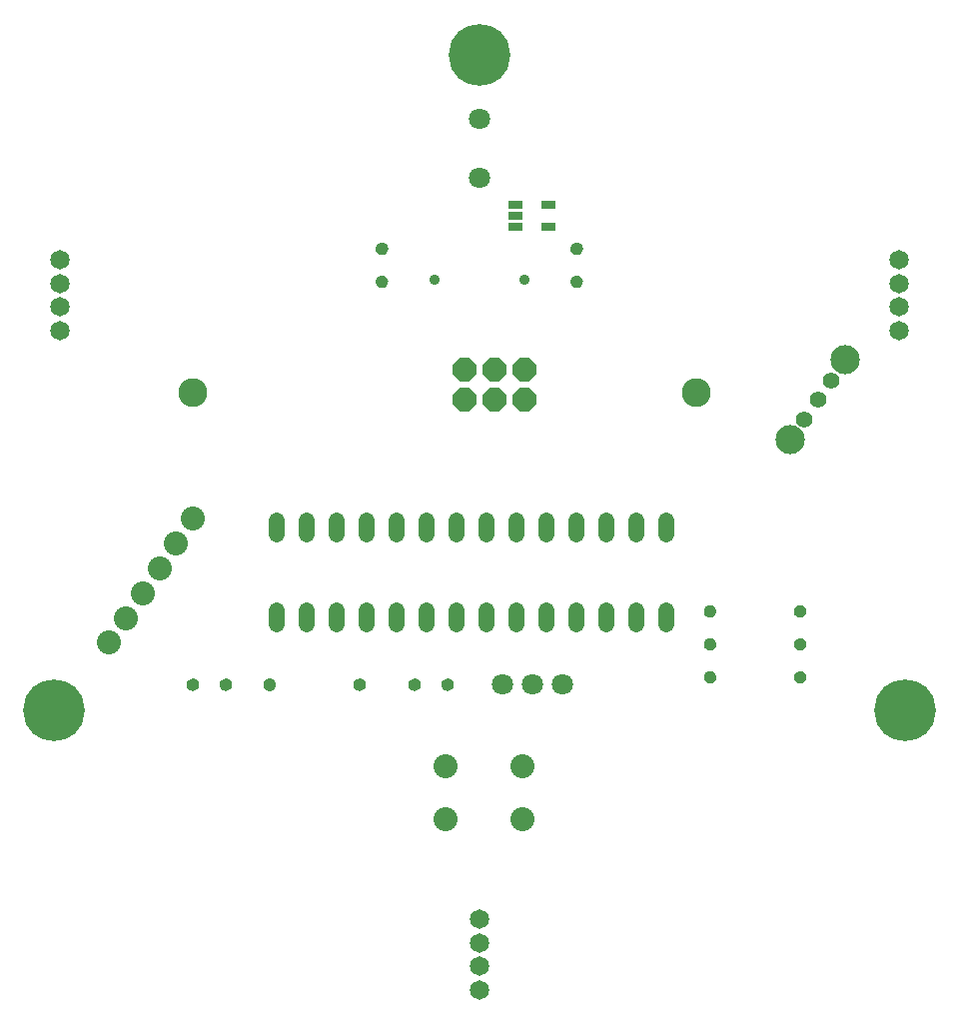
<source format=gts>
G75*
%MOIN*%
%OFA0B0*%
%FSLAX24Y24*%
%IPPOS*%
%LPD*%
%AMOC8*
5,1,8,0,0,1.08239X$1,22.5*
%
%ADD10C,0.2060*%
%ADD11C,0.0651*%
%ADD12C,0.0800*%
%ADD13C,0.0050*%
%ADD14C,0.0540*%
%ADD15C,0.0360*%
%ADD16C,0.0710*%
%ADD17R,0.0473X0.0277*%
%ADD18C,0.0555*%
%ADD19C,0.0975*%
%ADD20OC8,0.0800*%
%ADD21C,0.0960*%
D10*
X005975Y013325D03*
X020175Y035175D03*
X034375Y013325D03*
D11*
X034175Y025994D03*
X034175Y026781D03*
X034175Y027569D03*
X034175Y028356D03*
X020175Y006356D03*
X020175Y005569D03*
X020175Y004781D03*
X020175Y003994D03*
X006175Y025994D03*
X006175Y026781D03*
X006175Y027569D03*
X006175Y028356D03*
D12*
X010621Y019720D03*
X010062Y018891D03*
X009503Y018062D03*
X008943Y017233D03*
X008384Y016404D03*
X007825Y015575D03*
X019045Y011465D03*
X019045Y009685D03*
X021605Y009685D03*
X021605Y011465D03*
D13*
X019232Y014039D02*
X019199Y014018D01*
X019162Y014006D01*
X019124Y014002D01*
X019086Y014005D01*
X019049Y014017D01*
X019017Y014037D01*
X018989Y014063D01*
X018968Y014095D01*
X018954Y014131D01*
X018949Y014169D01*
X018953Y014209D01*
X018965Y014247D01*
X018985Y014282D01*
X019013Y014311D01*
X019047Y014333D01*
X019084Y014347D01*
X019124Y014353D01*
X019163Y014348D01*
X019201Y014334D01*
X019234Y014312D01*
X019261Y014284D01*
X019282Y014250D01*
X019294Y014212D01*
X019298Y014173D01*
X019293Y014135D01*
X019280Y014098D01*
X019259Y014066D01*
X019232Y014039D01*
X019258Y014064D02*
X018988Y014064D01*
X018961Y014112D02*
X019285Y014112D01*
X019297Y014161D02*
X018950Y014161D01*
X018953Y014209D02*
X019295Y014209D01*
X019277Y014258D02*
X018971Y014258D01*
X019009Y014306D02*
X019240Y014306D01*
X019190Y014015D02*
X019055Y014015D01*
X018191Y014135D02*
X018178Y014098D01*
X018157Y014066D01*
X018130Y014039D01*
X018097Y014018D01*
X018060Y014006D01*
X018022Y014002D01*
X017984Y014005D01*
X017947Y014017D01*
X017915Y014037D01*
X017887Y014063D01*
X017866Y014095D01*
X017852Y014131D01*
X017847Y014169D01*
X017851Y014209D01*
X017863Y014247D01*
X017883Y014282D01*
X017911Y014311D01*
X017945Y014333D01*
X017982Y014347D01*
X018022Y014353D01*
X018061Y014348D01*
X018098Y014334D01*
X018132Y014312D01*
X018159Y014284D01*
X018180Y014250D01*
X018192Y014212D01*
X018196Y014173D01*
X018191Y014135D01*
X018183Y014112D02*
X017859Y014112D01*
X017848Y014161D02*
X018195Y014161D01*
X018192Y014209D02*
X017851Y014209D01*
X017869Y014258D02*
X018175Y014258D01*
X018138Y014306D02*
X017907Y014306D01*
X017886Y014064D02*
X018156Y014064D01*
X018088Y014015D02*
X017953Y014015D01*
X016352Y014174D02*
X016347Y014136D01*
X016334Y014099D01*
X016313Y014067D01*
X016286Y014040D01*
X016253Y014019D01*
X016216Y014007D01*
X016178Y014003D01*
X016140Y014006D01*
X016103Y014018D01*
X016070Y014038D01*
X016043Y014064D01*
X016311Y014064D01*
X016339Y014112D02*
X016016Y014112D01*
X016022Y014096D02*
X016008Y014132D01*
X016003Y014170D01*
X016006Y014210D01*
X016019Y014248D01*
X016039Y014283D01*
X016067Y014312D01*
X016101Y014334D01*
X016138Y014348D01*
X016178Y014354D01*
X016217Y014349D01*
X016254Y014335D01*
X016288Y014314D01*
X016315Y014285D01*
X016336Y014251D01*
X016348Y014213D01*
X016352Y014174D01*
X016350Y014161D02*
X016004Y014161D01*
X016006Y014209D02*
X016349Y014209D01*
X016332Y014258D02*
X016025Y014258D01*
X016062Y014306D02*
X016294Y014306D01*
X016241Y014015D02*
X016112Y014015D01*
X016043Y014064D02*
X016022Y014096D01*
X013349Y014171D02*
X013344Y014133D01*
X013331Y014096D01*
X013310Y014064D01*
X013283Y014037D01*
X013250Y014016D01*
X013213Y014004D01*
X013175Y014000D01*
X013137Y014003D01*
X013100Y014015D01*
X013068Y014035D01*
X013040Y014061D01*
X013019Y014093D01*
X013005Y014129D01*
X013000Y014167D01*
X013004Y014207D01*
X013016Y014245D01*
X013036Y014280D01*
X013064Y014309D01*
X013098Y014331D01*
X013135Y014345D01*
X013175Y014351D01*
X013214Y014346D01*
X013251Y014332D01*
X013285Y014311D01*
X013312Y014282D01*
X013333Y014248D01*
X013345Y014210D01*
X013349Y014171D01*
X013348Y014161D02*
X013001Y014161D01*
X013004Y014209D02*
X013345Y014209D01*
X013327Y014258D02*
X013023Y014258D01*
X013062Y014306D02*
X013289Y014306D01*
X013337Y014112D02*
X013011Y014112D01*
X013038Y014064D02*
X013311Y014064D01*
X013247Y014015D02*
X013100Y014015D01*
X011897Y014161D02*
X011550Y014161D01*
X011549Y014169D02*
X011553Y014209D01*
X011565Y014247D01*
X011585Y014282D01*
X011613Y014311D01*
X011647Y014333D01*
X011684Y014347D01*
X011724Y014353D01*
X011763Y014348D01*
X011801Y014334D01*
X011834Y014312D01*
X011861Y014284D01*
X011882Y014250D01*
X011894Y014212D01*
X011898Y014173D01*
X011893Y014135D01*
X011880Y014098D01*
X011859Y014066D01*
X011832Y014039D01*
X011799Y014018D01*
X011762Y014006D01*
X011724Y014002D01*
X011686Y014005D01*
X011649Y014017D01*
X011617Y014037D01*
X011589Y014063D01*
X011568Y014095D01*
X011554Y014131D01*
X011549Y014169D01*
X011553Y014209D02*
X011895Y014209D01*
X011877Y014258D02*
X011571Y014258D01*
X011609Y014306D02*
X011840Y014306D01*
X011885Y014112D02*
X011561Y014112D01*
X011588Y014064D02*
X011858Y014064D01*
X011790Y014015D02*
X011655Y014015D01*
X010791Y014135D02*
X010778Y014098D01*
X010757Y014066D01*
X010730Y014039D01*
X010697Y014018D01*
X010660Y014006D01*
X010622Y014002D01*
X010584Y014005D01*
X010547Y014017D01*
X010515Y014037D01*
X010487Y014063D01*
X010466Y014095D01*
X010452Y014131D01*
X010447Y014169D01*
X010451Y014209D01*
X010463Y014247D01*
X010483Y014282D01*
X010511Y014311D01*
X010545Y014333D01*
X010582Y014347D01*
X010622Y014353D01*
X010661Y014348D01*
X010698Y014334D01*
X010732Y014312D01*
X010759Y014284D01*
X010780Y014250D01*
X010792Y014212D01*
X010796Y014173D01*
X010791Y014135D01*
X010783Y014112D02*
X010459Y014112D01*
X010448Y014161D02*
X010795Y014161D01*
X010792Y014209D02*
X010451Y014209D01*
X010469Y014258D02*
X010775Y014258D01*
X010738Y014306D02*
X010507Y014306D01*
X010486Y014064D02*
X010756Y014064D01*
X010688Y014015D02*
X010553Y014015D01*
X016848Y027470D02*
X016816Y027491D01*
X016789Y027518D01*
X016768Y027551D01*
X016756Y027588D01*
X016752Y027626D01*
X016755Y027664D01*
X016767Y027701D01*
X016787Y027733D01*
X016813Y027761D01*
X016845Y027782D01*
X016881Y027796D01*
X016919Y027801D01*
X016959Y027797D01*
X016997Y027785D01*
X017032Y027765D01*
X017061Y027737D01*
X017083Y027703D01*
X017097Y027666D01*
X017103Y027626D01*
X017098Y027587D01*
X017084Y027549D01*
X017062Y027516D01*
X017034Y027489D01*
X017000Y027468D01*
X016962Y027456D01*
X016923Y027452D01*
X016885Y027457D01*
X016848Y027470D01*
X016808Y027499D02*
X017044Y027499D01*
X017083Y027547D02*
X016771Y027547D01*
X016755Y027596D02*
X017099Y027596D01*
X017100Y027644D02*
X016754Y027644D01*
X016765Y027693D02*
X017087Y027693D01*
X017057Y027741D02*
X016794Y027741D01*
X016864Y027790D02*
X016984Y027790D01*
X016923Y028554D02*
X016885Y028559D01*
X016848Y028572D01*
X016816Y028593D01*
X016789Y028620D01*
X016768Y028653D01*
X016756Y028690D01*
X016752Y028728D01*
X016755Y028766D01*
X016767Y028803D01*
X016787Y028835D01*
X016813Y028863D01*
X016845Y028884D01*
X016881Y028898D01*
X016919Y028903D01*
X016959Y028899D01*
X016997Y028887D01*
X017032Y028867D01*
X017061Y028839D01*
X017083Y028805D01*
X017097Y028768D01*
X017103Y028728D01*
X017098Y028689D01*
X017084Y028652D01*
X017062Y028618D01*
X017034Y028591D01*
X017000Y028570D01*
X016962Y028558D01*
X016923Y028554D01*
X016866Y028566D02*
X016986Y028566D01*
X017058Y028614D02*
X016795Y028614D01*
X016765Y028663D02*
X017088Y028663D01*
X017101Y028711D02*
X016754Y028711D01*
X016755Y028760D02*
X017099Y028760D01*
X017081Y028808D02*
X016770Y028808D01*
X016807Y028857D02*
X017042Y028857D01*
X023252Y028728D02*
X023256Y028690D01*
X023268Y028653D01*
X023289Y028620D01*
X023316Y028593D01*
X023348Y028572D01*
X023385Y028559D01*
X023423Y028554D01*
X023462Y028558D01*
X023500Y028570D01*
X023534Y028591D01*
X023562Y028618D01*
X023584Y028652D01*
X023598Y028689D01*
X023603Y028728D01*
X023597Y028768D01*
X023583Y028805D01*
X023561Y028839D01*
X023532Y028867D01*
X023497Y028887D01*
X023459Y028899D01*
X023419Y028903D01*
X023381Y028898D01*
X023345Y028884D01*
X023313Y028863D01*
X023287Y028835D01*
X023267Y028803D01*
X023255Y028766D01*
X023252Y028728D01*
X023254Y028711D02*
X023601Y028711D01*
X023599Y028760D02*
X023255Y028760D01*
X023270Y028808D02*
X023581Y028808D01*
X023542Y028857D02*
X023307Y028857D01*
X023265Y028663D02*
X023588Y028663D01*
X023558Y028614D02*
X023295Y028614D01*
X023366Y028566D02*
X023486Y028566D01*
X023419Y027801D02*
X023381Y027796D01*
X023345Y027782D01*
X023313Y027761D01*
X023287Y027733D01*
X023267Y027701D01*
X023255Y027664D01*
X023252Y027626D01*
X023256Y027588D01*
X023268Y027551D01*
X023289Y027518D01*
X023316Y027491D01*
X023348Y027470D01*
X023385Y027457D01*
X023423Y027452D01*
X023462Y027456D01*
X023500Y027468D01*
X023534Y027489D01*
X023562Y027516D01*
X023584Y027549D01*
X023598Y027587D01*
X023603Y027626D01*
X023597Y027666D01*
X023583Y027703D01*
X023561Y027737D01*
X023532Y027765D01*
X023497Y027785D01*
X023459Y027797D01*
X023419Y027801D01*
X023364Y027790D02*
X023484Y027790D01*
X023557Y027741D02*
X023294Y027741D01*
X023265Y027693D02*
X023587Y027693D01*
X023600Y027644D02*
X023254Y027644D01*
X023255Y027596D02*
X023599Y027596D01*
X023583Y027547D02*
X023271Y027547D01*
X023308Y027499D02*
X023544Y027499D01*
X027798Y016781D02*
X027835Y016795D01*
X027875Y016801D01*
X027914Y016796D01*
X027951Y016782D01*
X027985Y016761D01*
X028012Y016732D01*
X028033Y016698D01*
X028045Y016660D01*
X028049Y016621D01*
X028044Y016583D01*
X028031Y016546D01*
X028010Y016514D01*
X027983Y016487D01*
X027950Y016466D01*
X027913Y016454D01*
X027875Y016450D01*
X027837Y016453D01*
X027800Y016465D01*
X027768Y016485D01*
X027740Y016511D01*
X027719Y016543D01*
X027705Y016579D01*
X027700Y016617D01*
X027704Y016657D01*
X027716Y016695D01*
X027736Y016730D01*
X027764Y016759D01*
X027798Y016781D01*
X027796Y016780D02*
X027955Y016780D01*
X028013Y016731D02*
X027738Y016731D01*
X027712Y016683D02*
X028038Y016683D01*
X028048Y016634D02*
X027702Y016634D01*
X027704Y016586D02*
X028045Y016586D01*
X028026Y016537D02*
X027722Y016537D01*
X027763Y016489D02*
X027985Y016489D01*
X027875Y015701D02*
X027835Y015695D01*
X027798Y015681D01*
X027764Y015659D01*
X027736Y015630D01*
X027716Y015595D01*
X027704Y015557D01*
X027700Y015517D01*
X027705Y015479D01*
X027719Y015443D01*
X027740Y015411D01*
X027768Y015385D01*
X027800Y015365D01*
X027837Y015353D01*
X027875Y015350D01*
X027913Y015354D01*
X027950Y015366D01*
X027983Y015387D01*
X028010Y015414D01*
X028031Y015446D01*
X028044Y015483D01*
X028049Y015521D01*
X028045Y015560D01*
X028033Y015598D01*
X028012Y015632D01*
X027985Y015661D01*
X027951Y015682D01*
X027914Y015696D01*
X027875Y015701D01*
X027772Y015664D02*
X027979Y015664D01*
X028022Y015616D02*
X027728Y015616D01*
X027707Y015567D02*
X028043Y015567D01*
X028049Y015519D02*
X027700Y015519D01*
X027708Y015470D02*
X028040Y015470D01*
X028016Y015422D02*
X027733Y015422D01*
X027787Y015373D02*
X027961Y015373D01*
X027875Y014601D02*
X027835Y014595D01*
X027798Y014581D01*
X027764Y014559D01*
X027736Y014530D01*
X027716Y014495D01*
X027704Y014457D01*
X027700Y014417D01*
X027705Y014379D01*
X027719Y014343D01*
X027740Y014311D01*
X027768Y014285D01*
X027800Y014265D01*
X027837Y014253D01*
X027875Y014250D01*
X027913Y014254D01*
X027950Y014266D01*
X027983Y014287D01*
X028010Y014314D01*
X028031Y014346D01*
X028044Y014383D01*
X028049Y014421D01*
X028045Y014460D01*
X028033Y014498D01*
X028012Y014532D01*
X027985Y014561D01*
X027951Y014582D01*
X027914Y014596D01*
X027875Y014601D01*
X027850Y014597D02*
X027902Y014597D01*
X027996Y014549D02*
X027755Y014549D01*
X027719Y014500D02*
X028031Y014500D01*
X028046Y014452D02*
X027703Y014452D01*
X027702Y014403D02*
X028047Y014403D01*
X028034Y014355D02*
X027714Y014355D01*
X027745Y014306D02*
X028003Y014306D01*
X027925Y014258D02*
X027823Y014258D01*
X030703Y014420D02*
X030706Y014460D01*
X030719Y014498D01*
X030739Y014533D01*
X030767Y014562D01*
X030801Y014584D01*
X030838Y014598D01*
X030878Y014604D01*
X030917Y014599D01*
X030954Y014585D01*
X030988Y014564D01*
X031015Y014535D01*
X031036Y014501D01*
X031048Y014463D01*
X031052Y014424D01*
X031047Y014386D01*
X031034Y014349D01*
X031013Y014317D01*
X030986Y014290D01*
X030953Y014269D01*
X030916Y014257D01*
X030878Y014253D01*
X030840Y014256D01*
X030803Y014268D01*
X030770Y014288D01*
X030743Y014314D01*
X030722Y014346D01*
X030708Y014382D01*
X030703Y014420D01*
X030705Y014403D02*
X031049Y014403D01*
X031049Y014452D02*
X030706Y014452D01*
X030720Y014500D02*
X031036Y014500D01*
X031002Y014549D02*
X030755Y014549D01*
X030836Y014597D02*
X030921Y014597D01*
X031036Y014355D02*
X030718Y014355D01*
X030751Y014306D02*
X031003Y014306D01*
X030919Y014258D02*
X030835Y014258D01*
X030878Y015353D02*
X030916Y015357D01*
X030953Y015369D01*
X030986Y015390D01*
X031013Y015417D01*
X031034Y015449D01*
X031047Y015486D01*
X031052Y015524D01*
X031048Y015563D01*
X031036Y015601D01*
X031015Y015635D01*
X030988Y015664D01*
X030954Y015685D01*
X030917Y015699D01*
X030878Y015704D01*
X030838Y015698D01*
X030801Y015684D01*
X030767Y015662D01*
X030739Y015633D01*
X030719Y015598D01*
X030706Y015560D01*
X030703Y015520D01*
X030708Y015482D01*
X030722Y015446D01*
X030743Y015414D01*
X030770Y015388D01*
X030803Y015368D01*
X030840Y015356D01*
X030878Y015353D01*
X030960Y015373D02*
X030795Y015373D01*
X030738Y015422D02*
X031017Y015422D01*
X031042Y015470D02*
X030713Y015470D01*
X030703Y015519D02*
X031051Y015519D01*
X031047Y015567D02*
X030709Y015567D01*
X030729Y015616D02*
X031027Y015616D01*
X030986Y015664D02*
X030771Y015664D01*
X030840Y016456D02*
X030803Y016468D01*
X030770Y016488D01*
X030743Y016514D01*
X030722Y016546D01*
X030708Y016582D01*
X030703Y016620D01*
X030706Y016660D01*
X030719Y016698D01*
X030739Y016733D01*
X030767Y016762D01*
X030801Y016784D01*
X030838Y016798D01*
X030878Y016804D01*
X030917Y016799D01*
X030954Y016785D01*
X030988Y016764D01*
X031015Y016735D01*
X031036Y016701D01*
X031048Y016663D01*
X031052Y016624D01*
X031047Y016586D01*
X030708Y016586D01*
X030704Y016634D02*
X031051Y016634D01*
X031047Y016586D02*
X031034Y016549D01*
X031013Y016517D01*
X030986Y016490D01*
X030953Y016469D01*
X030916Y016457D01*
X030878Y016453D01*
X030840Y016456D01*
X030769Y016489D02*
X030985Y016489D01*
X031027Y016537D02*
X030727Y016537D01*
X030714Y016683D02*
X031042Y016683D01*
X031017Y016731D02*
X030739Y016731D01*
X030794Y016780D02*
X030962Y016780D01*
D14*
X026425Y016665D02*
X026425Y016185D01*
X025425Y016185D02*
X025425Y016665D01*
X024425Y016665D02*
X024425Y016185D01*
X023425Y016185D02*
X023425Y016665D01*
X022425Y016665D02*
X022425Y016185D01*
X021425Y016185D02*
X021425Y016665D01*
X020425Y016665D02*
X020425Y016185D01*
X019425Y016185D02*
X019425Y016665D01*
X018425Y016665D02*
X018425Y016185D01*
X017425Y016185D02*
X017425Y016665D01*
X016425Y016665D02*
X016425Y016185D01*
X015425Y016185D02*
X015425Y016665D01*
X014425Y016665D02*
X014425Y016185D01*
X013425Y016185D02*
X013425Y016665D01*
X013425Y019185D02*
X013425Y019665D01*
X014425Y019665D02*
X014425Y019185D01*
X015425Y019185D02*
X015425Y019665D01*
X016425Y019665D02*
X016425Y019185D01*
X017425Y019185D02*
X017425Y019665D01*
X018425Y019665D02*
X018425Y019185D01*
X019425Y019185D02*
X019425Y019665D01*
X020425Y019665D02*
X020425Y019185D01*
X021425Y019185D02*
X021425Y019665D01*
X022425Y019665D02*
X022425Y019185D01*
X023425Y019185D02*
X023425Y019665D01*
X024425Y019665D02*
X024425Y019185D01*
X025425Y019185D02*
X025425Y019665D01*
X026425Y019665D02*
X026425Y019185D01*
D15*
X021675Y027675D03*
X021675Y027675D03*
X018675Y027675D03*
D16*
X020175Y031090D03*
X020175Y033060D03*
X020935Y014175D03*
X021935Y014175D03*
X022935Y014175D03*
D17*
X022476Y029451D03*
X022476Y030199D03*
X021374Y030199D03*
X021374Y029825D03*
X021374Y029451D03*
D18*
X031028Y023024D03*
X031475Y023675D03*
X031922Y024326D03*
D19*
X032390Y025006D03*
X030560Y022344D03*
D20*
X021675Y023675D03*
X020675Y023675D03*
X020675Y024675D03*
X021675Y024675D03*
X019675Y024675D03*
X019675Y023675D03*
D21*
X027425Y023925D03*
X010625Y023925D03*
M02*

</source>
